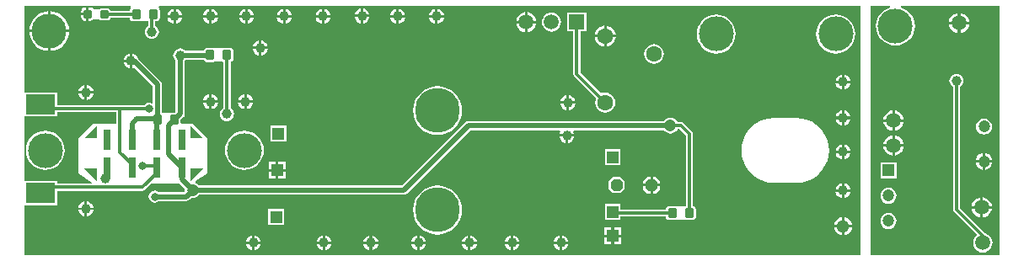
<source format=gtl>
G04 Layer_Physical_Order=1*
G04 Layer_Color=255*
%FSLAX42Y42*%
%MOMM*%
G71*
G01*
G75*
G04:AMPARAMS|DCode=10|XSize=1mm|YSize=0.9mm|CornerRadius=0.11mm|HoleSize=0mm|Usage=FLASHONLY|Rotation=90.000|XOffset=0mm|YOffset=0mm|HoleType=Round|Shape=RoundedRectangle|*
%AMROUNDEDRECTD10*
21,1,1.00,0.68,0,0,90.0*
21,1,0.78,0.90,0,0,90.0*
1,1,0.23,0.34,0.39*
1,1,0.23,0.34,-0.39*
1,1,0.23,-0.34,-0.39*
1,1,0.23,-0.34,0.39*
%
%ADD10ROUNDEDRECTD10*%
%ADD11R,3.00X2.00*%
%ADD12R,0.80X2.00*%
G04:AMPARAMS|DCode=13|XSize=0.8mm|YSize=0.8mm|CornerRadius=0.1mm|HoleSize=0mm|Usage=FLASHONLY|Rotation=180.000|XOffset=0mm|YOffset=0mm|HoleType=Round|Shape=RoundedRectangle|*
%AMROUNDEDRECTD13*
21,1,0.80,0.60,0,0,180.0*
21,1,0.60,0.80,0,0,180.0*
1,1,0.20,-0.30,0.30*
1,1,0.20,0.30,0.30*
1,1,0.20,0.30,-0.30*
1,1,0.20,-0.30,-0.30*
%
%ADD13ROUNDEDRECTD13*%
%ADD14C,0.30*%
%ADD15C,0.50*%
%ADD16R,1.20X1.20*%
%ADD17C,4.50*%
%ADD18C,3.50*%
%ADD19P,1.30X8X22.5*%
%ADD20C,1.60*%
%ADD21C,1.50*%
%ADD22R,1.50X1.50*%
%ADD23C,1.20*%
%ADD24C,1.52*%
%ADD25C,1.00*%
%ADD26C,1.30*%
%ADD27C,0.80*%
G36*
X8450Y160D02*
Y50D01*
X8300Y50D01*
X50D01*
Y550D01*
X380D01*
Y694D01*
X1240D01*
X1254Y697D01*
X1265Y705D01*
X1330Y770D01*
X1605Y770D01*
X1661Y714D01*
X1659Y700D01*
X1660Y692D01*
X1651Y681D01*
X1399D01*
X1383Y692D01*
X1360Y696D01*
X1337Y692D01*
X1317Y678D01*
X1303Y658D01*
X1299Y635D01*
X1303Y612D01*
X1317Y592D01*
X1337Y578D01*
X1360Y574D01*
X1383Y578D01*
X1399Y589D01*
X1675D01*
X1693Y593D01*
X1707Y603D01*
X1726Y621D01*
X1740Y619D01*
X1761Y622D01*
X1780Y630D01*
X1797Y643D01*
X1806Y654D01*
X3860D01*
X3878Y658D01*
X3892Y668D01*
X4529Y1304D01*
X5430D01*
X5437Y1291D01*
X5434Y1288D01*
X5427Y1270D01*
X5426Y1263D01*
X5574D01*
X5573Y1270D01*
X5566Y1288D01*
X5563Y1291D01*
X5570Y1304D01*
X6474D01*
X6483Y1293D01*
X6500Y1280D01*
X6519Y1272D01*
X6540Y1269D01*
X6561Y1272D01*
X6580Y1280D01*
X6597Y1293D01*
X6610Y1310D01*
X6612Y1314D01*
X6630D01*
X6694Y1250D01*
Y549D01*
X6685Y540D01*
X6605D01*
X6604Y539D01*
X6594Y541D01*
X6526D01*
X6514Y538D01*
X6504Y531D01*
X6497Y521D01*
X6494Y509D01*
Y506D01*
X6040D01*
Y560D01*
X5880D01*
Y400D01*
X6040D01*
Y434D01*
X6494D01*
Y431D01*
X6497Y419D01*
X6504Y409D01*
X6514Y402D01*
X6526Y399D01*
X6594D01*
X6604Y401D01*
X6605Y400D01*
X6685D01*
X6686Y401D01*
X6696Y399D01*
X6764D01*
X6776Y402D01*
X6786Y409D01*
X6793Y419D01*
X6796Y431D01*
Y509D01*
X6793Y521D01*
X6786Y531D01*
X6776Y538D01*
X6766Y540D01*
Y1265D01*
X6763Y1279D01*
X6755Y1290D01*
X6670Y1375D01*
X6659Y1383D01*
X6645Y1386D01*
X6612D01*
X6610Y1390D01*
X6597Y1407D01*
X6580Y1420D01*
X6561Y1428D01*
X6540Y1431D01*
X6519Y1428D01*
X6500Y1420D01*
X6483Y1407D01*
X6474Y1396D01*
X4510D01*
X4492Y1392D01*
X4478Y1382D01*
X3841Y746D01*
X1806D01*
X1797Y757D01*
X1780Y770D01*
X1769Y775D01*
X1767Y789D01*
X1887Y872D01*
X1887Y1221D01*
X1737Y1371D01*
X1633Y1371D01*
X1621Y1383D01*
Y1406D01*
X1647Y1433D01*
X1657Y1447D01*
X1661Y1465D01*
Y2002D01*
X1665Y2005D01*
X1668Y2009D01*
X1852D01*
X1852Y2009D01*
X1859Y1999D01*
X1869Y1992D01*
X1881Y1989D01*
X1949D01*
X1959Y1991D01*
X1960Y1990D01*
X2040D01*
X2049Y1981D01*
Y1526D01*
X2035Y1515D01*
X2024Y1500D01*
X2017Y1483D01*
X2014Y1465D01*
X2017Y1447D01*
X2024Y1430D01*
X2035Y1415D01*
X2050Y1404D01*
X2067Y1397D01*
X2085Y1394D01*
X2103Y1397D01*
X2120Y1404D01*
X2135Y1415D01*
X2146Y1430D01*
X2153Y1447D01*
X2156Y1465D01*
X2153Y1483D01*
X2146Y1500D01*
X2135Y1515D01*
X2121Y1526D01*
Y1990D01*
X2131Y1992D01*
X2141Y1999D01*
X2148Y2009D01*
X2151Y2021D01*
Y2099D01*
X2148Y2111D01*
X2141Y2121D01*
X2131Y2128D01*
X2119Y2131D01*
X2051D01*
X2041Y2129D01*
X2040Y2130D01*
X1960D01*
X1959Y2129D01*
X1949Y2131D01*
X1881D01*
X1869Y2128D01*
X1859Y2121D01*
X1852Y2111D01*
X1850Y2101D01*
X1668D01*
X1665Y2105D01*
X1650Y2116D01*
X1633Y2123D01*
X1615Y2126D01*
X1597Y2123D01*
X1580Y2116D01*
X1565Y2105D01*
X1554Y2090D01*
X1547Y2073D01*
X1544Y2055D01*
X1547Y2037D01*
X1554Y2020D01*
X1565Y2005D01*
X1569Y2002D01*
Y1484D01*
X1566Y1481D01*
X1521D01*
X1511Y1479D01*
X1510Y1480D01*
X1438D01*
X1433Y1483D01*
X1431Y1484D01*
Y1765D01*
X1427Y1783D01*
X1417Y1797D01*
X1192Y2023D01*
X1186Y2038D01*
X1174Y2054D01*
X1158Y2066D01*
X1140Y2073D01*
X1133Y2074D01*
Y2000D01*
Y1926D01*
X1140Y1927D01*
X1153Y1932D01*
X1339Y1746D01*
Y1579D01*
X1328Y1574D01*
X1323Y1577D01*
X1300Y1581D01*
X1277Y1577D01*
X1257Y1563D01*
X1252Y1556D01*
X380D01*
Y1680D01*
X50D01*
Y2550D01*
X1119D01*
X1120Y2548D01*
X1119Y2531D01*
X1112Y2521D01*
X1109Y2509D01*
Y2506D01*
X914D01*
X913Y2512D01*
X907Y2522D01*
X897Y2528D01*
X885Y2531D01*
X825D01*
X813Y2528D01*
X803Y2522D01*
X802Y2520D01*
X744D01*
X741Y2526D01*
X729Y2533D01*
X715Y2536D01*
X698D01*
Y2470D01*
Y2404D01*
X715D01*
X729Y2407D01*
X741Y2414D01*
X744Y2420D01*
X802D01*
X803Y2418D01*
X813Y2412D01*
X825Y2409D01*
X885D01*
X897Y2412D01*
X907Y2418D01*
X913Y2428D01*
X914Y2434D01*
X1109D01*
Y2431D01*
X1112Y2419D01*
X1119Y2409D01*
X1129Y2402D01*
X1141Y2399D01*
X1209D01*
X1219Y2401D01*
X1220Y2400D01*
X1294D01*
Y2351D01*
X1280Y2340D01*
X1269Y2325D01*
X1262Y2308D01*
X1259Y2290D01*
X1262Y2272D01*
X1269Y2255D01*
X1280Y2240D01*
X1295Y2229D01*
X1312Y2222D01*
X1330Y2219D01*
X1348Y2222D01*
X1365Y2229D01*
X1380Y2240D01*
X1391Y2255D01*
X1398Y2272D01*
X1401Y2290D01*
X1398Y2308D01*
X1391Y2325D01*
X1380Y2340D01*
X1366Y2351D01*
Y2399D01*
X1379D01*
X1391Y2402D01*
X1401Y2409D01*
X1408Y2419D01*
X1411Y2431D01*
Y2509D01*
X1408Y2521D01*
X1401Y2531D01*
X1400Y2548D01*
X1401Y2550D01*
X8450Y2550D01*
X8450Y160D01*
D02*
G37*
G36*
X9850Y50D02*
X8550D01*
Y2550D01*
X8744D01*
X8746Y2537D01*
X8725Y2531D01*
X8691Y2513D01*
X8661Y2489D01*
X8637Y2459D01*
X8619Y2425D01*
X8608Y2388D01*
X8604Y2350D01*
X8608Y2312D01*
X8619Y2275D01*
X8637Y2241D01*
X8661Y2211D01*
X8691Y2187D01*
X8725Y2169D01*
X8762Y2158D01*
X8800Y2154D01*
X8838Y2158D01*
X8875Y2169D01*
X8909Y2187D01*
X8939Y2211D01*
X8963Y2241D01*
X8981Y2275D01*
X8992Y2312D01*
X8996Y2350D01*
X8992Y2388D01*
X8981Y2425D01*
X8963Y2459D01*
X8939Y2489D01*
X8909Y2513D01*
X8875Y2531D01*
X8854Y2537D01*
X8856Y2550D01*
X9850D01*
Y50D01*
D02*
G37*
G36*
X1847Y1220D02*
X1720D01*
Y1347D01*
X1847Y1220D01*
D02*
G37*
G36*
X780D02*
X653D01*
X780Y1347D01*
Y1220D01*
D02*
G37*
G36*
X1720Y793D02*
Y920D01*
X1847D01*
X1720Y793D01*
D02*
G37*
G36*
X780D02*
X653Y920D01*
X780D01*
Y793D01*
D02*
G37*
G36*
X974Y1371D02*
X740Y1371D01*
X593Y1218D01*
Y872D01*
X728Y778D01*
X724Y766D01*
X380D01*
Y790D01*
X50D01*
Y1440D01*
X380D01*
Y1484D01*
X974D01*
Y1371D01*
D02*
G37*
%LPC*%
G36*
X672Y2536D02*
X655D01*
X641Y2533D01*
X629Y2526D01*
X622Y2514D01*
X619Y2500D01*
Y2483D01*
X672D01*
Y2536D01*
D02*
G37*
G36*
X3455Y2527D02*
Y2465D01*
X3517D01*
X3516Y2472D01*
X3509Y2491D01*
X3496Y2506D01*
X3481Y2519D01*
X3462Y2526D01*
X3455Y2527D01*
D02*
G37*
G36*
X3430D02*
X3423Y2526D01*
X3405Y2519D01*
X3389Y2506D01*
X3377Y2491D01*
X3369Y2472D01*
X3368Y2465D01*
X3430D01*
Y2527D01*
D02*
G37*
G36*
X4203Y2524D02*
Y2463D01*
X4264D01*
X4263Y2470D01*
X4256Y2488D01*
X4244Y2504D01*
X4228Y2516D01*
X4210Y2523D01*
X4203Y2524D01*
D02*
G37*
G36*
X4177D02*
X4170Y2523D01*
X4152Y2516D01*
X4136Y2504D01*
X4124Y2488D01*
X4117Y2470D01*
X4116Y2463D01*
X4177D01*
Y2524D01*
D02*
G37*
G36*
X3813D02*
Y2463D01*
X3874D01*
X3873Y2470D01*
X3866Y2488D01*
X3854Y2504D01*
X3838Y2516D01*
X3820Y2523D01*
X3813Y2524D01*
D02*
G37*
G36*
X3787D02*
X3780Y2523D01*
X3762Y2516D01*
X3746Y2504D01*
X3734Y2488D01*
X3727Y2470D01*
X3726Y2463D01*
X3787D01*
Y2524D01*
D02*
G37*
G36*
X3063D02*
Y2463D01*
X3124D01*
X3123Y2470D01*
X3116Y2488D01*
X3104Y2504D01*
X3088Y2516D01*
X3070Y2523D01*
X3063Y2524D01*
D02*
G37*
G36*
X3037D02*
X3030Y2523D01*
X3012Y2516D01*
X2996Y2504D01*
X2984Y2488D01*
X2977Y2470D01*
X2976Y2463D01*
X3037D01*
Y2524D01*
D02*
G37*
G36*
X2673D02*
Y2463D01*
X2734D01*
X2733Y2470D01*
X2726Y2488D01*
X2714Y2504D01*
X2698Y2516D01*
X2680Y2523D01*
X2673Y2524D01*
D02*
G37*
G36*
X2647D02*
X2640Y2523D01*
X2622Y2516D01*
X2606Y2504D01*
X2594Y2488D01*
X2587Y2470D01*
X2586Y2463D01*
X2647D01*
Y2524D01*
D02*
G37*
G36*
X2293D02*
Y2463D01*
X2354D01*
X2353Y2470D01*
X2346Y2488D01*
X2334Y2504D01*
X2318Y2516D01*
X2300Y2523D01*
X2293Y2524D01*
D02*
G37*
G36*
X2267D02*
X2260Y2523D01*
X2242Y2516D01*
X2226Y2504D01*
X2214Y2488D01*
X2207Y2470D01*
X2206Y2463D01*
X2267D01*
Y2524D01*
D02*
G37*
G36*
X1933D02*
Y2463D01*
X1994D01*
X1993Y2470D01*
X1986Y2488D01*
X1974Y2504D01*
X1958Y2516D01*
X1940Y2523D01*
X1933Y2524D01*
D02*
G37*
G36*
X1907D02*
X1900Y2523D01*
X1882Y2516D01*
X1866Y2504D01*
X1854Y2488D01*
X1847Y2470D01*
X1846Y2463D01*
X1907D01*
Y2524D01*
D02*
G37*
G36*
X1573D02*
Y2463D01*
X1634D01*
X1633Y2470D01*
X1626Y2488D01*
X1614Y2504D01*
X1598Y2516D01*
X1580Y2523D01*
X1573Y2524D01*
D02*
G37*
G36*
X1547D02*
X1540Y2523D01*
X1522Y2516D01*
X1506Y2504D01*
X1494Y2488D01*
X1487Y2470D01*
X1486Y2463D01*
X1547D01*
Y2524D01*
D02*
G37*
G36*
X672Y2457D02*
X619D01*
Y2440D01*
X622Y2426D01*
X629Y2414D01*
X641Y2407D01*
X655Y2404D01*
X672D01*
Y2457D01*
D02*
G37*
G36*
X5105Y2490D02*
Y2403D01*
X5192D01*
X5190Y2416D01*
X5180Y2441D01*
X5164Y2462D01*
X5143Y2478D01*
X5118Y2488D01*
X5105Y2490D01*
D02*
G37*
G36*
X5079Y2490D02*
X5066Y2488D01*
X5041Y2478D01*
X5020Y2462D01*
X5004Y2441D01*
X4994Y2416D01*
X4992Y2403D01*
X5079D01*
Y2490D01*
D02*
G37*
G36*
X3517Y2440D02*
X3455D01*
Y2378D01*
X3462Y2379D01*
X3481Y2387D01*
X3496Y2399D01*
X3509Y2415D01*
X3516Y2433D01*
X3517Y2440D01*
D02*
G37*
G36*
X3430D02*
X3368D01*
X3369Y2433D01*
X3377Y2415D01*
X3389Y2399D01*
X3405Y2387D01*
X3423Y2379D01*
X3430Y2378D01*
Y2440D01*
D02*
G37*
G36*
X4264Y2437D02*
X4203D01*
Y2376D01*
X4210Y2377D01*
X4228Y2384D01*
X4244Y2396D01*
X4256Y2412D01*
X4263Y2430D01*
X4264Y2437D01*
D02*
G37*
G36*
X4177D02*
X4116D01*
X4117Y2430D01*
X4124Y2412D01*
X4136Y2396D01*
X4152Y2384D01*
X4170Y2377D01*
X4177Y2376D01*
Y2437D01*
D02*
G37*
G36*
X3874D02*
X3813D01*
Y2376D01*
X3820Y2377D01*
X3838Y2384D01*
X3854Y2396D01*
X3866Y2412D01*
X3873Y2430D01*
X3874Y2437D01*
D02*
G37*
G36*
X3787D02*
X3726D01*
X3727Y2430D01*
X3734Y2412D01*
X3746Y2396D01*
X3762Y2384D01*
X3780Y2377D01*
X3787Y2376D01*
Y2437D01*
D02*
G37*
G36*
X3124D02*
X3063D01*
Y2376D01*
X3070Y2377D01*
X3088Y2384D01*
X3104Y2396D01*
X3116Y2412D01*
X3123Y2430D01*
X3124Y2437D01*
D02*
G37*
G36*
X3037D02*
X2976D01*
X2977Y2430D01*
X2984Y2412D01*
X2996Y2396D01*
X3012Y2384D01*
X3030Y2377D01*
X3037Y2376D01*
Y2437D01*
D02*
G37*
G36*
X2734D02*
X2673D01*
Y2376D01*
X2680Y2377D01*
X2698Y2384D01*
X2714Y2396D01*
X2726Y2412D01*
X2733Y2430D01*
X2734Y2437D01*
D02*
G37*
G36*
X2647D02*
X2586D01*
X2587Y2430D01*
X2594Y2412D01*
X2606Y2396D01*
X2622Y2384D01*
X2640Y2377D01*
X2647Y2376D01*
Y2437D01*
D02*
G37*
G36*
X2354D02*
X2293D01*
Y2376D01*
X2300Y2377D01*
X2318Y2384D01*
X2334Y2396D01*
X2346Y2412D01*
X2353Y2430D01*
X2354Y2437D01*
D02*
G37*
G36*
X2267D02*
X2206D01*
X2207Y2430D01*
X2214Y2412D01*
X2226Y2396D01*
X2242Y2384D01*
X2260Y2377D01*
X2267Y2376D01*
Y2437D01*
D02*
G37*
G36*
X1994D02*
X1933D01*
Y2376D01*
X1940Y2377D01*
X1958Y2384D01*
X1974Y2396D01*
X1986Y2412D01*
X1993Y2430D01*
X1994Y2437D01*
D02*
G37*
G36*
X1907D02*
X1846D01*
X1847Y2430D01*
X1854Y2412D01*
X1866Y2396D01*
X1882Y2384D01*
X1900Y2377D01*
X1907Y2376D01*
Y2437D01*
D02*
G37*
G36*
X1634D02*
X1573D01*
Y2376D01*
X1580Y2377D01*
X1598Y2384D01*
X1614Y2396D01*
X1626Y2412D01*
X1633Y2430D01*
X1634Y2437D01*
D02*
G37*
G36*
X1547D02*
X1486D01*
X1487Y2430D01*
X1494Y2412D01*
X1506Y2396D01*
X1522Y2384D01*
X1540Y2377D01*
X1547Y2376D01*
Y2437D01*
D02*
G37*
G36*
X313Y2500D02*
Y2313D01*
X500D01*
X498Y2339D01*
X486Y2377D01*
X467Y2412D01*
X442Y2442D01*
X412Y2467D01*
X377Y2486D01*
X339Y2497D01*
X313Y2500D01*
D02*
G37*
G36*
X287D02*
X261Y2497D01*
X223Y2486D01*
X188Y2467D01*
X158Y2442D01*
X133Y2412D01*
X114Y2377D01*
X103Y2339D01*
X100Y2313D01*
X287D01*
Y2500D01*
D02*
G37*
G36*
X5346Y2486D02*
X5321Y2483D01*
X5298Y2473D01*
X5278Y2458D01*
X5263Y2438D01*
X5253Y2415D01*
X5250Y2390D01*
X5253Y2365D01*
X5263Y2342D01*
X5278Y2322D01*
X5298Y2307D01*
X5321Y2297D01*
X5346Y2294D01*
X5371Y2297D01*
X5394Y2307D01*
X5414Y2322D01*
X5429Y2342D01*
X5439Y2365D01*
X5442Y2390D01*
X5439Y2415D01*
X5429Y2438D01*
X5414Y2458D01*
X5394Y2473D01*
X5371Y2483D01*
X5346Y2486D01*
D02*
G37*
G36*
X5192Y2377D02*
X5105D01*
Y2290D01*
X5118Y2292D01*
X5143Y2302D01*
X5164Y2318D01*
X5180Y2339D01*
X5190Y2364D01*
X5192Y2377D01*
D02*
G37*
G36*
X5079D02*
X4992D01*
X4994Y2364D01*
X5004Y2339D01*
X5020Y2318D01*
X5041Y2302D01*
X5066Y2292D01*
X5079Y2290D01*
Y2377D01*
D02*
G37*
G36*
X5898Y2355D02*
Y2263D01*
X5990D01*
X5988Y2278D01*
X5977Y2303D01*
X5960Y2325D01*
X5938Y2342D01*
X5913Y2353D01*
X5898Y2355D01*
D02*
G37*
G36*
X5872Y2355D02*
X5857Y2353D01*
X5832Y2342D01*
X5810Y2325D01*
X5793Y2303D01*
X5782Y2278D01*
X5780Y2263D01*
X5872D01*
Y2355D01*
D02*
G37*
G36*
Y2237D02*
X5780D01*
X5782Y2222D01*
X5793Y2197D01*
X5810Y2175D01*
X5832Y2158D01*
X5857Y2147D01*
X5872Y2145D01*
Y2237D01*
D02*
G37*
G36*
X5990D02*
X5898D01*
Y2145D01*
X5913Y2147D01*
X5938Y2158D01*
X5960Y2175D01*
X5977Y2197D01*
X5988Y2222D01*
X5990Y2237D01*
D02*
G37*
G36*
X2433Y2204D02*
Y2143D01*
X2494D01*
X2493Y2150D01*
X2486Y2168D01*
X2474Y2184D01*
X2458Y2196D01*
X2440Y2203D01*
X2433Y2204D01*
D02*
G37*
G36*
X2407D02*
X2400Y2203D01*
X2382Y2196D01*
X2366Y2184D01*
X2354Y2168D01*
X2347Y2150D01*
X2346Y2143D01*
X2407D01*
Y2204D01*
D02*
G37*
G36*
X500Y2287D02*
X313D01*
Y2100D01*
X339Y2102D01*
X377Y2114D01*
X412Y2133D01*
X442Y2158D01*
X467Y2188D01*
X486Y2223D01*
X498Y2261D01*
X500Y2287D01*
D02*
G37*
G36*
X287D02*
X100D01*
X103Y2261D01*
X114Y2223D01*
X133Y2188D01*
X158Y2158D01*
X188Y2133D01*
X223Y2114D01*
X261Y2102D01*
X287Y2100D01*
Y2287D01*
D02*
G37*
G36*
X8200Y2466D02*
X8162Y2462D01*
X8125Y2451D01*
X8091Y2433D01*
X8061Y2409D01*
X8037Y2379D01*
X8019Y2345D01*
X8008Y2308D01*
X8004Y2270D01*
X8008Y2232D01*
X8019Y2195D01*
X8037Y2161D01*
X8061Y2131D01*
X8091Y2107D01*
X8125Y2089D01*
X8162Y2078D01*
X8200Y2074D01*
X8238Y2078D01*
X8275Y2089D01*
X8309Y2107D01*
X8339Y2131D01*
X8363Y2161D01*
X8381Y2195D01*
X8392Y2232D01*
X8396Y2270D01*
X8392Y2308D01*
X8381Y2345D01*
X8363Y2379D01*
X8339Y2409D01*
X8309Y2433D01*
X8275Y2451D01*
X8238Y2462D01*
X8200Y2466D01*
D02*
G37*
G36*
X7000D02*
X6962Y2462D01*
X6925Y2451D01*
X6891Y2433D01*
X6861Y2409D01*
X6837Y2379D01*
X6819Y2345D01*
X6808Y2308D01*
X6804Y2270D01*
X6808Y2232D01*
X6819Y2195D01*
X6837Y2161D01*
X6861Y2131D01*
X6891Y2107D01*
X6925Y2089D01*
X6962Y2078D01*
X7000Y2074D01*
X7038Y2078D01*
X7075Y2089D01*
X7109Y2107D01*
X7139Y2131D01*
X7163Y2161D01*
X7181Y2195D01*
X7192Y2232D01*
X7196Y2270D01*
X7192Y2308D01*
X7181Y2345D01*
X7163Y2379D01*
X7139Y2409D01*
X7109Y2433D01*
X7075Y2451D01*
X7038Y2462D01*
X7000Y2466D01*
D02*
G37*
G36*
X2494Y2117D02*
X2433D01*
Y2056D01*
X2440Y2057D01*
X2458Y2064D01*
X2474Y2076D01*
X2486Y2092D01*
X2493Y2110D01*
X2494Y2117D01*
D02*
G37*
G36*
X2407D02*
X2346D01*
X2347Y2110D01*
X2354Y2092D01*
X2366Y2076D01*
X2382Y2064D01*
X2400Y2057D01*
X2407Y2056D01*
Y2117D01*
D02*
G37*
G36*
X1107Y2074D02*
X1100Y2073D01*
X1082Y2066D01*
X1066Y2054D01*
X1054Y2038D01*
X1047Y2020D01*
X1046Y2013D01*
X1107D01*
Y2074D01*
D02*
G37*
G36*
X6375Y2171D02*
X6349Y2167D01*
X6325Y2157D01*
X6304Y2141D01*
X6288Y2120D01*
X6278Y2096D01*
X6274Y2070D01*
X6278Y2044D01*
X6288Y2020D01*
X6304Y1999D01*
X6325Y1983D01*
X6349Y1973D01*
X6375Y1969D01*
X6401Y1973D01*
X6425Y1983D01*
X6446Y1999D01*
X6462Y2020D01*
X6472Y2044D01*
X6476Y2070D01*
X6472Y2096D01*
X6462Y2120D01*
X6446Y2141D01*
X6425Y2157D01*
X6401Y2167D01*
X6375Y2171D01*
D02*
G37*
G36*
X1107Y1987D02*
X1046D01*
X1047Y1980D01*
X1054Y1962D01*
X1066Y1946D01*
X1082Y1934D01*
X1100Y1927D01*
X1107Y1926D01*
Y1987D01*
D02*
G37*
G36*
X8287Y1861D02*
Y1800D01*
X8348D01*
X8347Y1807D01*
X8340Y1825D01*
X8328Y1841D01*
X8312Y1853D01*
X8294Y1860D01*
X8287Y1861D01*
D02*
G37*
G36*
X8261D02*
X8254Y1860D01*
X8236Y1853D01*
X8220Y1841D01*
X8208Y1825D01*
X8200Y1807D01*
X8199Y1800D01*
X8261D01*
Y1861D01*
D02*
G37*
G36*
X8348Y1774D02*
X8287D01*
Y1713D01*
X8294Y1714D01*
X8312Y1721D01*
X8328Y1733D01*
X8340Y1749D01*
X8347Y1767D01*
X8348Y1774D01*
D02*
G37*
G36*
X8261D02*
X8199D01*
X8200Y1767D01*
X8208Y1749D01*
X8220Y1733D01*
X8236Y1721D01*
X8254Y1714D01*
X8261Y1713D01*
Y1774D01*
D02*
G37*
G36*
X680Y1757D02*
Y1695D01*
X742D01*
X741Y1702D01*
X733Y1721D01*
X721Y1736D01*
X705Y1749D01*
X687Y1756D01*
X680Y1757D01*
D02*
G37*
G36*
X655D02*
X648Y1756D01*
X629Y1749D01*
X614Y1736D01*
X601Y1721D01*
X594Y1702D01*
X593Y1695D01*
X655D01*
Y1757D01*
D02*
G37*
G36*
X742Y1670D02*
X680D01*
Y1608D01*
X687Y1609D01*
X705Y1617D01*
X721Y1629D01*
X733Y1645D01*
X741Y1663D01*
X742Y1670D01*
D02*
G37*
G36*
X655D02*
X593D01*
X594Y1663D01*
X601Y1645D01*
X614Y1629D01*
X629Y1617D01*
X648Y1609D01*
X655Y1608D01*
Y1670D01*
D02*
G37*
G36*
X2283Y1664D02*
Y1603D01*
X2344D01*
X2343Y1610D01*
X2336Y1628D01*
X2324Y1644D01*
X2308Y1656D01*
X2290Y1663D01*
X2283Y1664D01*
D02*
G37*
G36*
X2257D02*
X2250Y1663D01*
X2232Y1656D01*
X2216Y1644D01*
X2204Y1628D01*
X2197Y1610D01*
X2196Y1603D01*
X2257D01*
Y1664D01*
D02*
G37*
G36*
X1933D02*
Y1603D01*
X1994D01*
X1993Y1610D01*
X1986Y1628D01*
X1974Y1644D01*
X1958Y1656D01*
X1940Y1663D01*
X1933Y1664D01*
D02*
G37*
G36*
X1907D02*
X1900Y1663D01*
X1882Y1656D01*
X1866Y1644D01*
X1854Y1628D01*
X1847Y1610D01*
X1846Y1603D01*
X1907D01*
Y1664D01*
D02*
G37*
G36*
X5523Y1654D02*
Y1593D01*
X5584D01*
X5583Y1600D01*
X5576Y1618D01*
X5564Y1634D01*
X5548Y1646D01*
X5530Y1653D01*
X5523Y1654D01*
D02*
G37*
G36*
X5497D02*
X5490Y1653D01*
X5472Y1646D01*
X5456Y1634D01*
X5444Y1618D01*
X5437Y1600D01*
X5436Y1593D01*
X5497D01*
Y1654D01*
D02*
G37*
G36*
X2344Y1577D02*
X2283D01*
Y1516D01*
X2290Y1517D01*
X2308Y1524D01*
X2324Y1536D01*
X2336Y1552D01*
X2343Y1570D01*
X2344Y1577D01*
D02*
G37*
G36*
X2257D02*
X2196D01*
X2197Y1570D01*
X2204Y1552D01*
X2216Y1536D01*
X2232Y1524D01*
X2250Y1517D01*
X2257Y1516D01*
Y1577D01*
D02*
G37*
G36*
X1994D02*
X1933D01*
Y1516D01*
X1940Y1517D01*
X1958Y1524D01*
X1974Y1536D01*
X1986Y1552D01*
X1993Y1570D01*
X1994Y1577D01*
D02*
G37*
G36*
X1907D02*
X1846D01*
X1847Y1570D01*
X1854Y1552D01*
X1866Y1536D01*
X1882Y1524D01*
X1900Y1517D01*
X1907Y1516D01*
Y1577D01*
D02*
G37*
G36*
X5584Y1567D02*
X5523D01*
Y1506D01*
X5530Y1507D01*
X5548Y1514D01*
X5564Y1526D01*
X5576Y1542D01*
X5583Y1560D01*
X5584Y1567D01*
D02*
G37*
G36*
X5497D02*
X5436D01*
X5437Y1560D01*
X5444Y1542D01*
X5456Y1526D01*
X5472Y1514D01*
X5490Y1507D01*
X5497Y1506D01*
Y1567D01*
D02*
G37*
G36*
X5695Y2485D02*
X5505D01*
Y2295D01*
X5564D01*
Y1865D01*
X5567Y1851D01*
X5575Y1840D01*
X5794Y1621D01*
X5788Y1606D01*
X5784Y1580D01*
X5788Y1554D01*
X5798Y1530D01*
X5814Y1509D01*
X5835Y1493D01*
X5859Y1483D01*
X5885Y1479D01*
X5911Y1483D01*
X5935Y1493D01*
X5956Y1509D01*
X5972Y1530D01*
X5982Y1554D01*
X5986Y1580D01*
X5982Y1606D01*
X5972Y1630D01*
X5956Y1651D01*
X5935Y1667D01*
X5911Y1677D01*
X5885Y1681D01*
X5859Y1677D01*
X5844Y1671D01*
X5636Y1880D01*
Y2295D01*
X5695D01*
Y2485D01*
D02*
G37*
G36*
X8287Y1501D02*
Y1440D01*
X8348D01*
X8347Y1447D01*
X8340Y1465D01*
X8328Y1481D01*
X8312Y1493D01*
X8294Y1500D01*
X8287Y1501D01*
D02*
G37*
G36*
X8261D02*
X8254Y1500D01*
X8236Y1493D01*
X8220Y1481D01*
X8208Y1465D01*
X8200Y1447D01*
X8199Y1440D01*
X8261D01*
Y1501D01*
D02*
G37*
G36*
X8348Y1414D02*
X8287D01*
Y1353D01*
X8294Y1354D01*
X8312Y1361D01*
X8328Y1373D01*
X8340Y1389D01*
X8347Y1407D01*
X8348Y1414D01*
D02*
G37*
G36*
X8261D02*
X8199D01*
X8200Y1407D01*
X8208Y1389D01*
X8220Y1373D01*
X8236Y1361D01*
X8254Y1354D01*
X8261Y1353D01*
Y1414D01*
D02*
G37*
G36*
X4200Y1746D02*
X4152Y1741D01*
X4106Y1727D01*
X4063Y1705D01*
X4026Y1674D01*
X3995Y1637D01*
X3973Y1594D01*
X3959Y1548D01*
X3954Y1500D01*
X3959Y1452D01*
X3973Y1406D01*
X3995Y1363D01*
X4026Y1326D01*
X4063Y1295D01*
X4106Y1273D01*
X4152Y1259D01*
X4200Y1254D01*
X4248Y1259D01*
X4294Y1273D01*
X4337Y1295D01*
X4374Y1326D01*
X4405Y1363D01*
X4427Y1406D01*
X4441Y1452D01*
X4446Y1500D01*
X4441Y1548D01*
X4427Y1594D01*
X4405Y1637D01*
X4374Y1674D01*
X4337Y1705D01*
X4294Y1727D01*
X4248Y1741D01*
X4200Y1746D01*
D02*
G37*
G36*
X2680Y1348D02*
X2520D01*
Y1188D01*
X2680D01*
Y1348D01*
D02*
G37*
G36*
X5574Y1237D02*
X5513D01*
Y1176D01*
X5520Y1177D01*
X5538Y1184D01*
X5554Y1196D01*
X5566Y1212D01*
X5573Y1230D01*
X5574Y1237D01*
D02*
G37*
G36*
X5487D02*
X5426D01*
X5427Y1230D01*
X5434Y1212D01*
X5446Y1196D01*
X5462Y1184D01*
X5480Y1177D01*
X5487Y1176D01*
Y1237D01*
D02*
G37*
G36*
X8287Y1161D02*
Y1100D01*
X8348D01*
X8347Y1107D01*
X8340Y1125D01*
X8328Y1141D01*
X8312Y1153D01*
X8294Y1160D01*
X8287Y1161D01*
D02*
G37*
G36*
X8261D02*
X8254Y1160D01*
X8236Y1153D01*
X8220Y1141D01*
X8208Y1125D01*
X8200Y1107D01*
X8199Y1100D01*
X8261D01*
Y1161D01*
D02*
G37*
G36*
X8348Y1074D02*
X8287D01*
Y1013D01*
X8294Y1014D01*
X8312Y1021D01*
X8328Y1033D01*
X8340Y1049D01*
X8347Y1067D01*
X8348Y1074D01*
D02*
G37*
G36*
X8261D02*
X8199D01*
X8200Y1067D01*
X8208Y1049D01*
X8220Y1033D01*
X8236Y1021D01*
X8254Y1014D01*
X8261Y1013D01*
Y1074D01*
D02*
G37*
G36*
X6040Y1110D02*
X5880D01*
Y950D01*
X6040D01*
Y1110D01*
D02*
G37*
G36*
X2675Y985D02*
X2603D01*
Y913D01*
X2675D01*
Y985D01*
D02*
G37*
G36*
X2577D02*
X2505D01*
Y913D01*
X2577D01*
Y985D01*
D02*
G37*
G36*
X2260Y1296D02*
X2222Y1292D01*
X2185Y1281D01*
X2151Y1263D01*
X2121Y1239D01*
X2097Y1209D01*
X2079Y1175D01*
X2068Y1138D01*
X2064Y1100D01*
X2068Y1062D01*
X2079Y1025D01*
X2097Y991D01*
X2121Y961D01*
X2151Y937D01*
X2185Y919D01*
X2222Y908D01*
X2260Y904D01*
X2298Y908D01*
X2335Y919D01*
X2369Y937D01*
X2399Y961D01*
X2423Y991D01*
X2441Y1025D01*
X2452Y1062D01*
X2456Y1100D01*
X2452Y1138D01*
X2441Y1175D01*
X2423Y1209D01*
X2399Y1239D01*
X2369Y1263D01*
X2335Y1281D01*
X2298Y1292D01*
X2260Y1296D01*
D02*
G37*
G36*
X2675Y887D02*
X2603D01*
Y815D01*
X2675D01*
Y887D01*
D02*
G37*
G36*
X2577D02*
X2505D01*
Y815D01*
X2577D01*
Y887D01*
D02*
G37*
G36*
X7580Y1426D02*
X7529Y1422D01*
X7479Y1410D01*
X7432Y1390D01*
X7388Y1364D01*
X7349Y1331D01*
X7316Y1292D01*
X7290Y1248D01*
X7270Y1201D01*
X7258Y1151D01*
X7254Y1100D01*
X7258Y1049D01*
X7270Y999D01*
X7290Y952D01*
X7316Y908D01*
X7349Y869D01*
X7388Y836D01*
X7432Y810D01*
X7479Y790D01*
X7529Y778D01*
X7580Y774D01*
Y775D01*
X7582Y775D01*
X7802D01*
X7807Y774D01*
Y774D01*
X7858Y778D01*
X7907Y789D01*
X7955Y809D01*
X7998Y836D01*
X8037Y869D01*
X8070Y908D01*
X8097Y952D01*
X8117Y999D01*
X8129Y1049D01*
X8133Y1100D01*
X8129Y1151D01*
X8117Y1200D01*
X8097Y1248D01*
X8070Y1291D01*
X8037Y1330D01*
X7998Y1363D01*
X7955Y1390D01*
X7907Y1410D01*
X7858Y1422D01*
X7807Y1426D01*
Y1425D01*
X7580D01*
Y1426D01*
D02*
G37*
G36*
X6393Y835D02*
X6363D01*
Y763D01*
X6435D01*
Y793D01*
X6393Y835D01*
D02*
G37*
G36*
X6337D02*
X6307D01*
X6265Y793D01*
Y763D01*
X6337D01*
Y835D01*
D02*
G37*
G36*
X8287Y771D02*
Y710D01*
X8348D01*
X8347Y717D01*
X8340Y735D01*
X8328Y751D01*
X8312Y763D01*
X8294Y770D01*
X8287Y771D01*
D02*
G37*
G36*
X8261D02*
X8254Y770D01*
X8236Y763D01*
X8220Y751D01*
X8208Y735D01*
X8200Y717D01*
X8199Y710D01*
X8261D01*
Y771D01*
D02*
G37*
G36*
X6040Y830D02*
X5960D01*
X5920Y790D01*
Y710D01*
X5960Y670D01*
X6040D01*
X6080Y710D01*
Y790D01*
X6040Y830D01*
D02*
G37*
G36*
X6435Y737D02*
X6363D01*
Y665D01*
X6393D01*
X6435Y707D01*
Y737D01*
D02*
G37*
G36*
X6337D02*
X6265D01*
Y707D01*
X6307Y665D01*
X6337D01*
Y737D01*
D02*
G37*
G36*
X8348Y684D02*
X8287D01*
Y623D01*
X8294Y624D01*
X8312Y631D01*
X8328Y643D01*
X8340Y659D01*
X8347Y677D01*
X8348Y684D01*
D02*
G37*
G36*
X8261D02*
X8199D01*
X8200Y677D01*
X8208Y659D01*
X8220Y643D01*
X8236Y631D01*
X8254Y624D01*
X8261Y623D01*
Y684D01*
D02*
G37*
G36*
X680Y587D02*
Y525D01*
X742D01*
X741Y532D01*
X733Y551D01*
X721Y566D01*
X705Y579D01*
X687Y586D01*
X680Y587D01*
D02*
G37*
G36*
X655D02*
X648Y586D01*
X629Y579D01*
X614Y566D01*
X601Y551D01*
X594Y532D01*
X593Y525D01*
X655D01*
Y587D01*
D02*
G37*
G36*
X742Y500D02*
X680D01*
Y438D01*
X687Y439D01*
X705Y447D01*
X721Y459D01*
X733Y475D01*
X741Y493D01*
X742Y500D01*
D02*
G37*
G36*
X655D02*
X593D01*
X594Y493D01*
X601Y475D01*
X614Y459D01*
X629Y447D01*
X648Y439D01*
X655Y438D01*
Y500D01*
D02*
G37*
G36*
X2660Y510D02*
X2500D01*
Y350D01*
X2660D01*
Y510D01*
D02*
G37*
G36*
X8287Y426D02*
Y350D01*
X8363D01*
X8362Y361D01*
X8353Y383D01*
X8338Y401D01*
X8319Y416D01*
X8297Y425D01*
X8287Y426D01*
D02*
G37*
G36*
X8261D02*
X8250Y425D01*
X8228Y416D01*
X8209Y401D01*
X8195Y383D01*
X8186Y361D01*
X8184Y350D01*
X8261D01*
Y426D01*
D02*
G37*
G36*
X4200Y746D02*
X4152Y741D01*
X4106Y727D01*
X4063Y705D01*
X4026Y674D01*
X3995Y637D01*
X3973Y594D01*
X3959Y548D01*
X3954Y500D01*
X3959Y452D01*
X3973Y406D01*
X3995Y363D01*
X4026Y326D01*
X4063Y295D01*
X4106Y273D01*
X4152Y259D01*
X4200Y254D01*
X4248Y259D01*
X4294Y273D01*
X4337Y295D01*
X4374Y326D01*
X4405Y363D01*
X4427Y406D01*
X4441Y452D01*
X4446Y500D01*
X4441Y548D01*
X4427Y594D01*
X4405Y637D01*
X4374Y674D01*
X4337Y705D01*
X4294Y727D01*
X4248Y741D01*
X4200Y746D01*
D02*
G37*
G36*
X6045Y325D02*
X5973D01*
Y253D01*
X6045D01*
Y325D01*
D02*
G37*
G36*
X5947D02*
X5875D01*
Y253D01*
X5947D01*
Y325D01*
D02*
G37*
G36*
X8363Y324D02*
X8287D01*
Y247D01*
X8297Y249D01*
X8319Y258D01*
X8338Y273D01*
X8353Y291D01*
X8362Y313D01*
X8363Y324D01*
D02*
G37*
G36*
X8261D02*
X8184D01*
X8186Y313D01*
X8195Y291D01*
X8209Y273D01*
X8228Y258D01*
X8250Y249D01*
X8261Y247D01*
Y324D01*
D02*
G37*
G36*
X5453Y244D02*
Y183D01*
X5514D01*
X5513Y190D01*
X5506Y208D01*
X5494Y224D01*
X5478Y236D01*
X5460Y243D01*
X5453Y244D01*
D02*
G37*
G36*
X5427D02*
X5420Y243D01*
X5402Y236D01*
X5386Y224D01*
X5374Y208D01*
X5367Y190D01*
X5366Y183D01*
X5427D01*
Y244D01*
D02*
G37*
G36*
X4963D02*
Y183D01*
X5024D01*
X5023Y190D01*
X5016Y208D01*
X5004Y224D01*
X4988Y236D01*
X4970Y243D01*
X4963Y244D01*
D02*
G37*
G36*
X4937D02*
X4930Y243D01*
X4912Y236D01*
X4896Y224D01*
X4884Y208D01*
X4877Y190D01*
X4876Y183D01*
X4937D01*
Y244D01*
D02*
G37*
G36*
X4533D02*
Y183D01*
X4594D01*
X4593Y190D01*
X4586Y208D01*
X4574Y224D01*
X4558Y236D01*
X4540Y243D01*
X4533Y244D01*
D02*
G37*
G36*
X4507D02*
X4500Y243D01*
X4482Y236D01*
X4466Y224D01*
X4454Y208D01*
X4447Y190D01*
X4446Y183D01*
X4507D01*
Y244D01*
D02*
G37*
G36*
X4023D02*
Y183D01*
X4084D01*
X4083Y190D01*
X4076Y208D01*
X4064Y224D01*
X4048Y236D01*
X4030Y243D01*
X4023Y244D01*
D02*
G37*
G36*
X3997D02*
X3990Y243D01*
X3972Y236D01*
X3956Y224D01*
X3944Y208D01*
X3937Y190D01*
X3936Y183D01*
X3997D01*
Y244D01*
D02*
G37*
G36*
X3543D02*
Y183D01*
X3604D01*
X3603Y190D01*
X3596Y208D01*
X3584Y224D01*
X3568Y236D01*
X3550Y243D01*
X3543Y244D01*
D02*
G37*
G36*
X3517D02*
X3510Y243D01*
X3492Y236D01*
X3476Y224D01*
X3464Y208D01*
X3457Y190D01*
X3456Y183D01*
X3517D01*
Y244D01*
D02*
G37*
G36*
X3073D02*
Y183D01*
X3134D01*
X3133Y190D01*
X3126Y208D01*
X3114Y224D01*
X3098Y236D01*
X3080Y243D01*
X3073Y244D01*
D02*
G37*
G36*
X3047D02*
X3040Y243D01*
X3022Y236D01*
X3006Y224D01*
X2994Y208D01*
X2987Y190D01*
X2986Y183D01*
X3047D01*
Y244D01*
D02*
G37*
G36*
X2363D02*
Y183D01*
X2424D01*
X2423Y190D01*
X2416Y208D01*
X2404Y224D01*
X2388Y236D01*
X2370Y243D01*
X2363Y244D01*
D02*
G37*
G36*
X2337D02*
X2330Y243D01*
X2312Y236D01*
X2296Y224D01*
X2284Y208D01*
X2277Y190D01*
X2276Y183D01*
X2337D01*
Y244D01*
D02*
G37*
G36*
X6045Y227D02*
X5973D01*
Y155D01*
X6045D01*
Y227D01*
D02*
G37*
G36*
X5947D02*
X5875D01*
Y155D01*
X5947D01*
Y227D01*
D02*
G37*
G36*
X5514Y157D02*
X5453D01*
Y96D01*
X5460Y97D01*
X5478Y104D01*
X5494Y116D01*
X5506Y132D01*
X5513Y150D01*
X5514Y157D01*
D02*
G37*
G36*
X5427D02*
X5366D01*
X5367Y150D01*
X5374Y132D01*
X5386Y116D01*
X5402Y104D01*
X5420Y97D01*
X5427Y96D01*
Y157D01*
D02*
G37*
G36*
X5024D02*
X4963D01*
Y96D01*
X4970Y97D01*
X4988Y104D01*
X5004Y116D01*
X5016Y132D01*
X5023Y150D01*
X5024Y157D01*
D02*
G37*
G36*
X4937D02*
X4876D01*
X4877Y150D01*
X4884Y132D01*
X4896Y116D01*
X4912Y104D01*
X4930Y97D01*
X4937Y96D01*
Y157D01*
D02*
G37*
G36*
X4594D02*
X4533D01*
Y96D01*
X4540Y97D01*
X4558Y104D01*
X4574Y116D01*
X4586Y132D01*
X4593Y150D01*
X4594Y157D01*
D02*
G37*
G36*
X4507D02*
X4446D01*
X4447Y150D01*
X4454Y132D01*
X4466Y116D01*
X4482Y104D01*
X4500Y97D01*
X4507Y96D01*
Y157D01*
D02*
G37*
G36*
X4084D02*
X4023D01*
Y96D01*
X4030Y97D01*
X4048Y104D01*
X4064Y116D01*
X4076Y132D01*
X4083Y150D01*
X4084Y157D01*
D02*
G37*
G36*
X3997D02*
X3936D01*
X3937Y150D01*
X3944Y132D01*
X3956Y116D01*
X3972Y104D01*
X3990Y97D01*
X3997Y96D01*
Y157D01*
D02*
G37*
G36*
X3604D02*
X3543D01*
Y96D01*
X3550Y97D01*
X3568Y104D01*
X3584Y116D01*
X3596Y132D01*
X3603Y150D01*
X3604Y157D01*
D02*
G37*
G36*
X3517D02*
X3456D01*
X3457Y150D01*
X3464Y132D01*
X3476Y116D01*
X3492Y104D01*
X3510Y97D01*
X3517Y96D01*
Y157D01*
D02*
G37*
G36*
X3134D02*
X3073D01*
Y96D01*
X3080Y97D01*
X3098Y104D01*
X3114Y116D01*
X3126Y132D01*
X3133Y150D01*
X3134Y157D01*
D02*
G37*
G36*
X3047D02*
X2986D01*
X2987Y150D01*
X2994Y132D01*
X3006Y116D01*
X3022Y104D01*
X3040Y97D01*
X3047Y96D01*
Y157D01*
D02*
G37*
G36*
X2424D02*
X2363D01*
Y96D01*
X2370Y97D01*
X2388Y104D01*
X2404Y116D01*
X2416Y132D01*
X2423Y150D01*
X2424Y157D01*
D02*
G37*
G36*
X2337D02*
X2276D01*
X2277Y150D01*
X2284Y132D01*
X2296Y116D01*
X2312Y104D01*
X2330Y97D01*
X2337Y96D01*
Y157D01*
D02*
G37*
G36*
X9453Y2481D02*
Y2393D01*
X9541D01*
X9539Y2407D01*
X9529Y2431D01*
X9512Y2452D01*
X9491Y2469D01*
X9467Y2479D01*
X9453Y2481D01*
D02*
G37*
G36*
X9427D02*
X9413Y2479D01*
X9389Y2469D01*
X9368Y2452D01*
X9351Y2431D01*
X9341Y2407D01*
X9339Y2393D01*
X9427D01*
Y2481D01*
D02*
G37*
G36*
X9541Y2367D02*
X9453D01*
Y2279D01*
X9467Y2281D01*
X9491Y2291D01*
X9512Y2308D01*
X9529Y2329D01*
X9539Y2353D01*
X9541Y2367D01*
D02*
G37*
G36*
X9427D02*
X9339D01*
X9341Y2353D01*
X9351Y2329D01*
X9368Y2308D01*
X9389Y2291D01*
X9413Y2281D01*
X9427Y2279D01*
Y2367D01*
D02*
G37*
G36*
X8793Y1501D02*
Y1413D01*
X8881D01*
X8879Y1427D01*
X8869Y1451D01*
X8852Y1472D01*
X8831Y1489D01*
X8807Y1499D01*
X8793Y1501D01*
D02*
G37*
G36*
X8767D02*
X8753Y1499D01*
X8729Y1489D01*
X8708Y1472D01*
X8691Y1451D01*
X8681Y1427D01*
X8679Y1413D01*
X8767D01*
Y1501D01*
D02*
G37*
G36*
X8881Y1387D02*
X8793D01*
Y1299D01*
X8807Y1301D01*
X8831Y1311D01*
X8852Y1328D01*
X8869Y1349D01*
X8879Y1373D01*
X8881Y1387D01*
D02*
G37*
G36*
X8767D02*
X8679D01*
X8681Y1373D01*
X8691Y1349D01*
X8708Y1328D01*
X8729Y1311D01*
X8753Y1301D01*
X8767Y1299D01*
Y1387D01*
D02*
G37*
G36*
X9690Y1421D02*
X9669Y1418D01*
X9650Y1410D01*
X9633Y1397D01*
X9620Y1380D01*
X9612Y1361D01*
X9609Y1340D01*
X9612Y1319D01*
X9620Y1300D01*
X9633Y1283D01*
X9650Y1270D01*
X9669Y1262D01*
X9690Y1259D01*
X9711Y1262D01*
X9730Y1270D01*
X9747Y1283D01*
X9760Y1300D01*
X9768Y1319D01*
X9771Y1340D01*
X9768Y1361D01*
X9760Y1380D01*
X9747Y1397D01*
X9730Y1410D01*
X9711Y1418D01*
X9690Y1421D01*
D02*
G37*
G36*
X8793Y1251D02*
Y1163D01*
X8881D01*
X8879Y1177D01*
X8869Y1201D01*
X8852Y1222D01*
X8831Y1239D01*
X8807Y1249D01*
X8793Y1251D01*
D02*
G37*
G36*
X8767D02*
X8753Y1249D01*
X8729Y1239D01*
X8708Y1222D01*
X8691Y1201D01*
X8681Y1177D01*
X8679Y1163D01*
X8767D01*
Y1251D01*
D02*
G37*
G36*
X8881Y1137D02*
X8793D01*
Y1049D01*
X8807Y1051D01*
X8831Y1061D01*
X8852Y1078D01*
X8869Y1099D01*
X8879Y1123D01*
X8881Y1137D01*
D02*
G37*
G36*
X8767D02*
X8679D01*
X8681Y1123D01*
X8691Y1099D01*
X8708Y1078D01*
X8729Y1061D01*
X8753Y1051D01*
X8767Y1049D01*
Y1137D01*
D02*
G37*
G36*
X9703Y1074D02*
Y1003D01*
X9774D01*
X9773Y1012D01*
X9765Y1033D01*
X9751Y1051D01*
X9733Y1065D01*
X9712Y1073D01*
X9703Y1074D01*
D02*
G37*
G36*
X9677Y1074D02*
X9668Y1073D01*
X9647Y1065D01*
X9629Y1051D01*
X9615Y1033D01*
X9607Y1012D01*
X9606Y1003D01*
X9677D01*
Y1074D01*
D02*
G37*
G36*
X9774Y977D02*
X9703D01*
Y906D01*
X9712Y907D01*
X9733Y915D01*
X9751Y929D01*
X9765Y947D01*
X9773Y968D01*
X9774Y977D01*
D02*
G37*
G36*
X9677D02*
X9606D01*
X9607Y968D01*
X9615Y947D01*
X9629Y929D01*
X9647Y915D01*
X9668Y907D01*
X9677Y906D01*
Y977D01*
D02*
G37*
G36*
X8810Y978D02*
X8650D01*
Y818D01*
X8810D01*
Y978D01*
D02*
G37*
G36*
X8730Y725D02*
X8709Y722D01*
X8690Y714D01*
X8673Y701D01*
X8660Y684D01*
X8652Y665D01*
X8649Y644D01*
X8652Y623D01*
X8660Y604D01*
X8673Y587D01*
X8690Y574D01*
X8709Y566D01*
X8730Y563D01*
X8751Y566D01*
X8770Y574D01*
X8787Y587D01*
X8800Y604D01*
X8808Y623D01*
X8811Y644D01*
X8808Y665D01*
X8800Y684D01*
X8787Y701D01*
X8770Y714D01*
X8751Y722D01*
X8730Y725D01*
D02*
G37*
G36*
X9680Y628D02*
Y540D01*
X9768D01*
X9766Y554D01*
X9756Y579D01*
X9740Y600D01*
X9719Y616D01*
X9694Y626D01*
X9680Y628D01*
D02*
G37*
G36*
X9655D02*
X9641Y626D01*
X9616Y616D01*
X9595Y600D01*
X9579Y579D01*
X9568Y554D01*
X9566Y540D01*
X9655D01*
Y628D01*
D02*
G37*
G36*
X9768Y515D02*
X9680D01*
Y426D01*
X9694Y428D01*
X9719Y439D01*
X9740Y455D01*
X9756Y476D01*
X9766Y501D01*
X9768Y515D01*
D02*
G37*
G36*
X9655D02*
X9566D01*
X9568Y501D01*
X9579Y476D01*
X9595Y455D01*
X9616Y439D01*
X9641Y428D01*
X9655Y426D01*
Y515D01*
D02*
G37*
G36*
X8730Y471D02*
X8709Y468D01*
X8690Y460D01*
X8673Y447D01*
X8660Y430D01*
X8652Y411D01*
X8649Y390D01*
X8652Y369D01*
X8660Y350D01*
X8673Y333D01*
X8690Y320D01*
X8709Y312D01*
X8730Y309D01*
X8751Y312D01*
X8770Y320D01*
X8787Y333D01*
X8800Y350D01*
X8808Y369D01*
X8811Y390D01*
X8808Y411D01*
X8800Y430D01*
X8787Y447D01*
X8770Y460D01*
X8751Y468D01*
X8730Y471D01*
D02*
G37*
G36*
X9413Y1870D02*
X9395Y1868D01*
X9378Y1861D01*
X9363Y1850D01*
X9352Y1835D01*
X9345Y1818D01*
X9342Y1800D01*
X9345Y1781D01*
X9352Y1764D01*
X9363Y1750D01*
X9377Y1739D01*
Y508D01*
X9380Y494D01*
X9388Y483D01*
X9616Y254D01*
X9615Y241D01*
X9611Y239D01*
X9596Y219D01*
X9586Y195D01*
X9583Y170D01*
X9586Y145D01*
X9596Y121D01*
X9611Y101D01*
X9631Y86D01*
X9655Y76D01*
X9680Y73D01*
X9705Y76D01*
X9729Y86D01*
X9749Y101D01*
X9764Y121D01*
X9774Y145D01*
X9777Y170D01*
X9774Y195D01*
X9764Y219D01*
X9749Y239D01*
X9729Y254D01*
X9707Y263D01*
X9705Y266D01*
X9448Y523D01*
Y1739D01*
X9463Y1750D01*
X9474Y1764D01*
X9481Y1781D01*
X9483Y1800D01*
X9481Y1818D01*
X9474Y1835D01*
X9463Y1850D01*
X9448Y1861D01*
X9431Y1868D01*
X9413Y1870D01*
D02*
G37*
G36*
X260Y1296D02*
X222Y1292D01*
X185Y1281D01*
X151Y1263D01*
X121Y1239D01*
X97Y1209D01*
X79Y1175D01*
X68Y1138D01*
X64Y1100D01*
X68Y1062D01*
X79Y1025D01*
X97Y991D01*
X121Y961D01*
X151Y937D01*
X185Y919D01*
X222Y908D01*
X260Y904D01*
X298Y908D01*
X335Y919D01*
X369Y937D01*
X399Y961D01*
X423Y991D01*
X441Y1025D01*
X452Y1062D01*
X456Y1100D01*
X452Y1138D01*
X441Y1175D01*
X423Y1209D01*
X399Y1239D01*
X369Y1263D01*
X335Y1281D01*
X298Y1292D01*
X260Y1296D01*
D02*
G37*
%LPD*%
D10*
X2085Y2060D02*
D03*
X1915D02*
D03*
X6560Y470D02*
D03*
X6730D02*
D03*
X1555Y1410D02*
D03*
X1385D02*
D03*
X1345Y2470D02*
D03*
X1175D02*
D03*
D11*
X210Y1560D02*
D03*
Y670D02*
D03*
D12*
X880Y930D02*
D03*
X1130D02*
D03*
X1380D02*
D03*
X1630D02*
D03*
Y1210D02*
D03*
X1380D02*
D03*
X1130D02*
D03*
X880D02*
D03*
D13*
X685Y2470D02*
D03*
X855D02*
D03*
D14*
X6645Y1350D02*
X6730Y1265D01*
Y470D02*
Y1265D01*
X5960Y480D02*
X5970Y470D01*
X6560D01*
X2085Y1465D02*
Y2060D01*
X6540Y1350D02*
X6645D01*
X1370Y940D02*
X1380Y930D01*
X1240Y940D02*
X1370D01*
X1330Y2455D02*
X1345Y2470D01*
X1330Y2290D02*
Y2455D01*
X1175Y2470D02*
X1175Y2470D01*
X855Y2470D02*
X1175D01*
X1380Y870D02*
Y930D01*
X1240Y730D02*
X1380Y870D01*
X260Y730D02*
X1240D01*
X5600Y1865D02*
Y2390D01*
Y1865D02*
X5885Y1580D01*
X1010Y1080D02*
X1130Y960D01*
Y930D02*
Y960D01*
X950Y1520D02*
X950Y1520D01*
X250Y1500D02*
X270Y1520D01*
X1300D01*
X1010Y1080D02*
Y1520D01*
X9413Y508D02*
Y1800D01*
Y508D02*
X9680Y241D01*
Y170D02*
Y241D01*
D15*
X1615Y2055D02*
X1910D01*
X1120Y2000D02*
X1150D01*
X1385Y1765D01*
Y1410D02*
Y1765D01*
X1180Y1415D02*
X1380D01*
Y1210D02*
Y1415D01*
X1500Y1060D02*
Y1350D01*
X1615Y1465D01*
Y2055D01*
X1130Y1365D02*
X1180Y1415D01*
X1130Y1210D02*
Y1365D01*
X4510Y1350D02*
X6540D01*
X3860Y700D02*
X4510Y1350D01*
X1740Y700D02*
X3860D01*
X1500Y1060D02*
X1630Y930D01*
X1675Y635D02*
X1740Y700D01*
X1360Y635D02*
X1675D01*
X1630Y810D02*
Y930D01*
Y810D02*
X1740Y700D01*
D16*
X5960Y1030D02*
D03*
X2580Y430D02*
D03*
X5960Y480D02*
D03*
X2590Y900D02*
D03*
X5960Y240D02*
D03*
X2600Y1268D02*
D03*
X8730Y898D02*
D03*
D17*
X4200Y1500D02*
D03*
Y500D02*
D03*
D18*
X300Y2300D02*
D03*
X8200Y2270D02*
D03*
X7000D02*
D03*
X8800Y2350D02*
D03*
X2260Y1100D02*
D03*
X260D02*
D03*
D19*
X6350Y750D02*
D03*
X6000D02*
D03*
D20*
X5885Y1580D02*
D03*
Y2250D02*
D03*
X6375Y2070D02*
D03*
D21*
X5092Y2390D02*
D03*
X5346D02*
D03*
D22*
X5600D02*
D03*
D23*
X8730Y390D02*
D03*
Y644D02*
D03*
X9690Y990D02*
D03*
Y1340D02*
D03*
X6540Y1350D02*
D03*
X1740Y700D02*
D03*
D24*
X9667Y527D02*
D03*
X9440Y2380D02*
D03*
X8780Y1400D02*
D03*
Y1150D02*
D03*
X9680Y170D02*
D03*
D25*
X2350D02*
D03*
X2420Y2130D02*
D03*
X2085Y1465D02*
D03*
X1120Y2000D02*
D03*
X1615Y2055D02*
D03*
X1560Y2450D02*
D03*
X1920D02*
D03*
X2280D02*
D03*
X2660D02*
D03*
X3050D02*
D03*
X4190D02*
D03*
X3800D02*
D03*
X3443Y2453D02*
D03*
X3060Y170D02*
D03*
X3530D02*
D03*
X4010D02*
D03*
X4520D02*
D03*
X4950D02*
D03*
X5440D02*
D03*
X8274Y697D02*
D03*
Y1087D02*
D03*
Y1427D02*
D03*
Y1787D02*
D03*
X1330Y2290D02*
D03*
X860Y820D02*
D03*
X5510Y1580D02*
D03*
X5500Y1250D02*
D03*
X1920Y1590D02*
D03*
X2270D02*
D03*
X667Y513D02*
D03*
Y1683D02*
D03*
X9413Y1800D02*
D03*
D26*
X8274Y337D02*
D03*
D27*
X1300Y1520D02*
D03*
X1240Y940D02*
D03*
X1360Y635D02*
D03*
M02*

</source>
